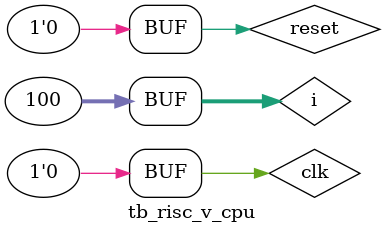
<source format=v>
`timescale 1ns / 1ps

module tb_risc_v_cpu ();
    reg         clk;
    reg         reset;
    integer     i;
    wire [31:0] out;

    risc_v_cpu risc_v_cpu (
        .clock(clk),
        .reset(reset),
        .out(out)
    );

    initial begin
        reset = 1'b1;
        #10
        reset = 1'b0;
    end

    initial begin
        clk = 1'b0;
        for (i = 0; i < 100; i = i + 1) begin
            #1 clk = ~clk;
        end
    end

endmodule : tb_risc_v_cpu

</source>
